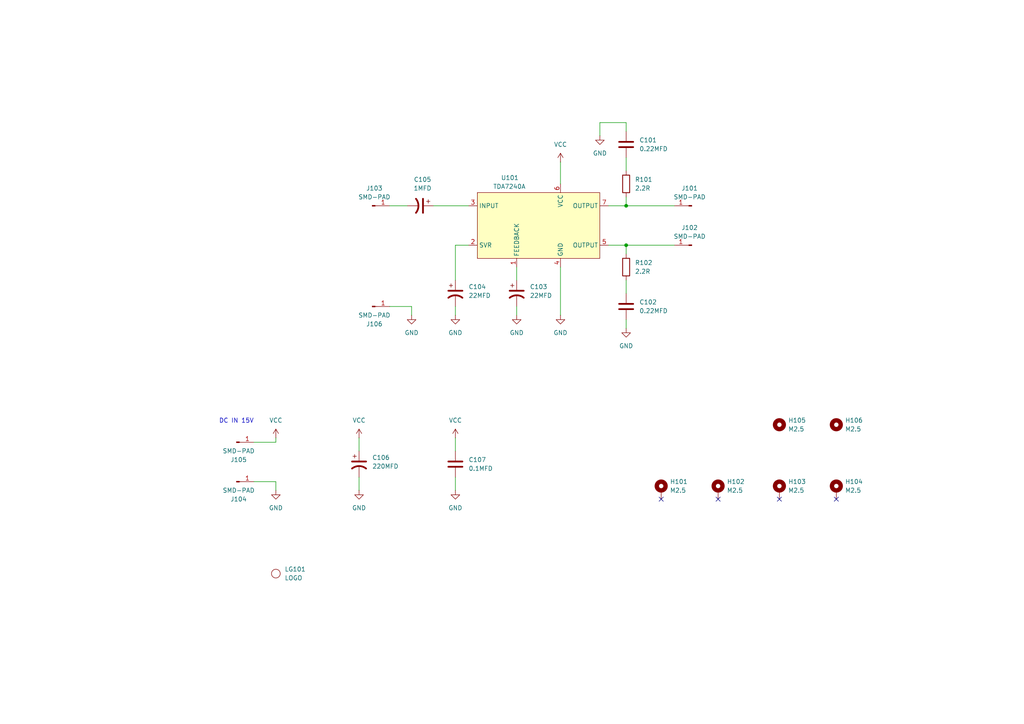
<source format=kicad_sch>
(kicad_sch (version 20231120) (generator "eeschema") (generator_version "8.0")
  (paper "A4")
  (title_block (title "TDA7240A Power Amplifier Module") (date "2024-12-30") (rev "1.0.0") (company "Simtelic") (comment 1 "https://github.com/simtelic/lab0003-tda7240a-power-amplifier") (comment 2 "Designed for Simtelic by Simtelic Lab"))
  (lib_symbols
    (symbol "Connector:Conn_01x01_Pin" (pin_names (offset 1.016) hide)
      (property "Reference" "J" (at 0 2.54 0))
      (property "Value" "Conn_01x01_Pin" (at 0 -2.54 0))
      (symbol "Conn_01x01_Pin_1_1"
        (polyline (pts (xy 1.27 0) (xy 0.8636 0)) (stroke (width 0.1524)))
        (rectangle (start 0.8636 0.127) (end 0 -0.127) (stroke (width 0.1524)) (fill (type outline)))
        (pin passive line (at 5.08 0 180) (length 3.81) (name "Pin_1") (number "1"))
      )
    )
    (symbol "Device:C" (pin_numbers hide) (pin_names (offset 0.254))
      (property "Reference" "C" (at 0.635 2.54 0))
      (property "Value" "C" (at 0.635 -2.54 0))
      (symbol "C_0_1"
        (polyline (pts (xy -2.032 -0.762) (xy 2.032 -0.762)) (stroke (width 0.508)))
        (polyline (pts (xy -2.032 0.762) (xy 2.032 0.762)) (stroke (width 0.508)))
      )
      (symbol "C_1_1"
        (pin passive line (at 0 3.81 270) (length 2.794) (name "~") (number "1"))
        (pin passive line (at 0 -3.81 90) (length 2.794) (name "~") (number "2"))
      )
    )
    (symbol "Device:C_Polarized_US" (pin_numbers hide) (pin_names (offset 0.254) hide)
      (property "Reference" "C" (at 0.635 2.54 0))
      (property "Value" "C_Polarized_US" (at 0.635 -2.54 0))
      (symbol "C_Polarized_US_0_1"
        (polyline (pts (xy -2.032 0.762) (xy 2.032 0.762)) (stroke (width 0.508)))
        (polyline (pts (xy -1.778 2.286) (xy -0.762 2.286)))
        (polyline (pts (xy -1.27 1.778) (xy -1.27 2.794)))
        (arc (start 2.032 -1.27) (mid 0 -0.5572) (end -2.032 -1.27) (stroke (width 0.508)))
      )
      (symbol "C_Polarized_US_1_1"
        (pin passive line (at 0 3.81 270) (length 2.794) (name "~") (number "1"))
        (pin passive line (at 0 -3.81 90) (length 3.302) (name "~") (number "2"))
      )
    )
    (symbol "Device:R" (pin_numbers hide) (pin_names (offset 0))
      (property "Reference" "R" (at 2.032 0 90))
      (property "Value" "R" (at 0 0 90))
      (symbol "R_0_1"
        (rectangle (start -1.016 -2.54) (end 1.016 2.54) (stroke (width 0.254)))
      )
      (symbol "R_1_1"
        (pin passive line (at 0 3.81 270) (length 1.27) (name "~") (number "1"))
        (pin passive line (at 0 -3.81 90) (length 1.27) (name "~") (number "2"))
      )
    )
    (symbol "Mechanical:MountingHole" (pin_names (offset 1.016)) (exclude_from_sim yes) (in_bom no)
      (property "Reference" "H" (at 0 5.08 0))
      (property "Value" "MountingHole" (at 0 3.175 0))
      (symbol "MountingHole_0_1"
        (circle (center 0 0) (radius 1.27) (stroke (width 1.27)))
      )
    )
    (symbol "Mechanical:MountingHole_Pad" (pin_numbers hide) (pin_names (offset 1.016) hide) (exclude_from_sim yes) (in_bom no)
      (property "Reference" "H" (at 0 6.35 0))
      (property "Value" "MountingHole_Pad" (at 0 4.445 0))
      (symbol "MountingHole_Pad_0_1"
        (circle (center 0 1.27) (radius 1.27) (stroke (width 1.27)))
      )
      (symbol "MountingHole_Pad_1_1"
        (pin input line (at 0 -2.54 90) (length 2.54) (name "1") (number "1"))
      )
    )
    (symbol "Simtelic:LOGO" (pin_numbers hide) (pin_names (offset 0) hide)
      (property "Reference" "LG" (at 0 -3.175 0))
      (property "Value" "LOGO" (at 0 3.175 0))
      (symbol "LOGO_0_1"
        (circle (center 0 0) (radius 1.27))
      )
    )
    (symbol "Simtelic:TDA7240A"
      (property "Reference" "U" (at 0 4.064 0))
      (property "Value" "TDA7240A" (at 0 6.35 0))
      (symbol "TDA7240A_1_1"
        (rectangle (start -5.08 2.54) (end 30.48 -16.51) (fill (type background)))
        (pin input line (at 6.35 -19.05 90) (length 2.54) (name "FEEDBACK") (number "1"))
        (pin input line (at -7.62 -12.7 0) (length 2.54) (name "SVR") (number "2"))
        (pin input line (at -7.62 -1.27 0) (length 2.54) (name "INPUT") (number "3"))
        (pin power_in line (at 19.05 -19.05 90) (length 2.54) (name "GND") (number "4"))
        (pin output line (at 33.02 -12.7 180) (length 2.54) (name "OUTPUT") (number "5"))
        (pin power_in line (at 19.05 5.08 270) (length 2.54) (name "VCC") (number "6"))
        (pin output line (at 33.02 -1.27 180) (length 2.54) (name "OUTPUT") (number "7"))
      )
    )
    (symbol "power:GND" (power) (pin_numbers hide) (pin_names (offset 0) hide)
      (property "Value" "GND" (at 0 -3.81 0))
      (symbol "GND_0_1"
        (polyline (pts (xy 0 0) (xy 0 -1.27) (xy 1.27 -1.27) (xy 0 -2.54) (xy -1.27 -1.27) (xy 0 -1.27)))
      )
      (symbol "GND_1_1"
        (pin power_in line (at 0 0 270) (length 0) (name "~") (number "1"))
      )
    )
    (symbol "power:VCC" (power) (pin_numbers hide) (pin_names (offset 0) hide)
      (property "Value" "VCC" (at 0 3.556 0))
      (symbol "VCC_0_1"
        (polyline (pts (xy -0.762 1.27) (xy 0 2.54)))
        (polyline (pts (xy 0 0) (xy 0 2.54)))
        (polyline (pts (xy 0 2.54) (xy 0.762 1.27)))
      )
      (symbol "VCC_1_1"
        (pin power_in line (at 0 0 90) (length 0) (name "~") (number "1"))
      )
    )
  )
  (junction (at 181.61 71.12))
  (junction (at 181.61 59.69))
  (no_connect (at 191.77 144.78))
  (no_connect (at 226.06 144.78))
  (no_connect (at 208.28 144.78))
  (no_connect (at 242.57 144.78))
  (wire (pts (xy 113.03 88.9) (xy 119.38 88.9)))
  (wire (pts (xy 80.01 139.7) (xy 80.01 142.24)))
  (wire (pts (xy 149.86 77.47) (xy 149.86 81.28)))
  (wire (pts (xy 73.66 128.27) (xy 80.01 128.27)))
  (wire (pts (xy 132.08 88.9) (xy 132.08 91.44)))
  (wire (pts (xy 132.08 81.28) (xy 132.08 71.12)))
  (wire (pts (xy 80.01 128.27) (xy 80.01 127)))
  (wire (pts (xy 181.61 35.56) (xy 173.99 35.56)))
  (wire (pts (xy 73.66 139.7) (xy 80.01 139.7)))
  (wire (pts (xy 119.38 88.9) (xy 119.38 91.44)))
  (wire (pts (xy 181.61 38.1) (xy 181.61 35.56)))
  (wire (pts (xy 181.61 59.69) (xy 181.61 57.15)))
  (wire (pts (xy 149.86 88.9) (xy 149.86 91.44)))
  (wire (pts (xy 181.61 45.72) (xy 181.61 49.53)))
  (wire (pts (xy 104.14 127) (xy 104.14 130.81)))
  (wire (pts (xy 132.08 71.12) (xy 135.89 71.12)))
  (wire (pts (xy 162.56 77.47) (xy 162.56 91.44)))
  (wire (pts (xy 113.03 59.69) (xy 118.11 59.69)))
  (wire (pts (xy 181.61 92.71) (xy 181.61 95.25)))
  (wire (pts (xy 125.73 59.69) (xy 135.89 59.69)))
  (wire (pts (xy 176.53 71.12) (xy 181.61 71.12)))
  (wire (pts (xy 181.61 81.28) (xy 181.61 85.09)))
  (wire (pts (xy 181.61 59.69) (xy 195.58 59.69)))
  (wire (pts (xy 162.56 46.99) (xy 162.56 53.34)))
  (wire (pts (xy 104.14 138.43) (xy 104.14 142.24)))
  (wire (pts (xy 132.08 127) (xy 132.08 130.81)))
  (wire (pts (xy 181.61 73.66) (xy 181.61 71.12)))
  (wire (pts (xy 176.53 59.69) (xy 181.61 59.69)))
  (wire (pts (xy 181.61 71.12) (xy 195.58 71.12)))
  (wire (pts (xy 132.08 138.43) (xy 132.08 142.24)))
  (wire (pts (xy 173.99 35.56) (xy 173.99 39.37)))
  (text "DC IN 15V" (at 68.58 122.174 0) (effects (font (size 1.27 1.27))))
  (symbol (lib_id "power:GND") (at 80.01 142.24 0) (unit 1)
    (property "Reference" "#PWR0112" (effects (hide yes)))
    (property "Value" "GND" (at 80.01 147.32 0))
    (property "Description" "Power symbol creates a global label with name \"GND\" , ground" (effects (hide yes)))
  )
  (symbol (lib_id "Device:C_Polarized_US") (at 121.92 59.69 270) (unit 1)
    (property "Reference" "C105" (at 122.555 52.07 90))
    (property "Value" "1MFD" (at 122.555 54.61 90))
    (property "Footprint" "Capacitor_SMD:CP_Elec_4x5.4" (effects (hide yes)))
    (property "Description" "Polarized capacitor, US symbol" (effects (hide yes)))
  )
  (symbol (lib_id "Device:C") (at 181.61 88.9 0) (unit 1)
    (property "Reference" "C102" (at 185.42 87.6299 0) (effects (justify left)))
    (property "Value" "0.22MFD" (at 185.42 90.1699 0) (effects (justify left)))
    (property "Footprint" "Capacitor_SMD:C_0805_2012Metric_Pad1.18x1.45mm_HandSolder" (effects (hide yes)))
    (property "Description" "Unpolarized capacitor" (effects (hide yes)))
  )
  (symbol (lib_id "Device:C") (at 181.61 41.91 0) (unit 1)
    (property "Reference" "C101" (at 185.42 40.6399 0) (effects (justify left)))
    (property "Value" "0.22MFD" (at 185.42 43.1799 0) (effects (justify left)))
    (property "Footprint" "Capacitor_SMD:C_0805_2012Metric_Pad1.18x1.45mm_HandSolder" (effects (hide yes)))
    (property "Description" "Unpolarized capacitor" (effects (hide yes)))
  )
  (symbol (lib_id "Connector:Conn_01x01_Pin") (at 107.95 59.69 0) (unit 1)
    (property "Reference" "J103" (at 108.585 54.61 0))
    (property "Value" "SMD-PAD" (at 108.585 57.15 0))
    (property "Footprint" "TestPoint:TestPoint_Pad_3.0x3.0mm" (effects (hide yes)))
    (property "Description" "Generic connector, single row, 01x01, script generated" (effects (hide yes)))
  )
  (symbol (lib_id "Device:R") (at 181.61 53.34 0) (unit 1)
    (property "Reference" "R101" (at 184.15 52.0699 0) (effects (justify left)))
    (property "Value" "2.2R" (at 184.15 54.6099 0) (effects (justify left)))
    (property "Footprint" "Resistor_SMD:R_2512_6332Metric_Pad1.40x3.35mm_HandSolder" (effects (hide yes)))
    (property "Description" "Resistor" (effects (hide yes)))
  )
  (symbol (lib_id "Mechanical:MountingHole_Pad") (at 226.06 142.24 0) (unit 1) (exclude_from_sim yes) (in_bom no)
    (property "Reference" "H103" (at 228.6 139.6999 0) (effects (justify left)))
    (property "Value" "M2.5" (at 228.6 142.2399 0) (effects (justify left)))
    (property "Footprint" "MountingHole:MountingHole_2.5mm" (effects (hide yes)))
    (property "Description" "Mounting Hole with connection" (effects (hide yes)))
  )
  (symbol (lib_id "power:GND") (at 181.61 95.25 0) (unit 1)
    (property "Reference" "#PWR0102" (effects (hide yes)))
    (property "Value" "GND" (at 181.61 100.33 0))
    (property "Description" "Power symbol creates a global label with name \"GND\" , ground" (effects (hide yes)))
  )
  (symbol (lib_id "power:GND") (at 104.14 142.24 0) (unit 1)
    (property "Reference" "#PWR0108" (effects (hide yes)))
    (property "Value" "GND" (at 104.14 147.32 0))
    (property "Description" "Power symbol creates a global label with name \"GND\" , ground" (effects (hide yes)))
  )
  (symbol (lib_id "Simtelic:LOGO") (at 80.01 166.37 0) (unit 1)
    (property "Reference" "LG101" (at 82.55 165.0999 0) (effects (justify left)))
    (property "Value" "LOGO" (at 82.55 167.6399 0) (effects (justify left)))
    (property "Footprint" "Simtelic Logo:simtelic-name-5" (effects (hide yes)))
  )
  (symbol (lib_id "Device:R") (at 181.61 77.47 0) (unit 1)
    (property "Reference" "R102" (at 184.15 76.1999 0) (effects (justify left)))
    (property "Value" "2.2R" (at 184.15 78.7399 0) (effects (justify left)))
    (property "Footprint" "Resistor_SMD:R_2512_6332Metric_Pad1.40x3.35mm_HandSolder" (effects (hide yes)))
    (property "Description" "Resistor" (effects (hide yes)))
  )
  (symbol (lib_id "Mechanical:MountingHole_Pad") (at 242.57 142.24 0) (unit 1) (exclude_from_sim yes) (in_bom no)
    (property "Reference" "H104" (at 245.11 139.6999 0) (effects (justify left)))
    (property "Value" "M2.5" (at 245.11 142.2399 0) (effects (justify left)))
    (property "Footprint" "MountingHole:MountingHole_2.5mm" (effects (hide yes)))
    (property "Description" "Mounting Hole with connection" (effects (hide yes)))
  )
  (symbol (lib_id "power:GND") (at 132.08 142.24 0) (unit 1)
    (property "Reference" "#PWR0110" (effects (hide yes)))
    (property "Value" "GND" (at 132.08 147.32 0))
    (property "Description" "Power symbol creates a global label with name \"GND\" , ground" (effects (hide yes)))
  )
  (symbol (lib_id "Mechanical:MountingHole") (at 242.57 123.19 0) (unit 1) (exclude_from_sim yes) (in_bom no)
    (property "Reference" "H106" (at 245.11 121.9199 0) (effects (justify left)))
    (property "Value" "M2.5" (at 245.11 124.4599 0) (effects (justify left)))
    (property "Footprint" "MountingHole:MountingHole_2.5mm" (effects (hide yes)))
    (property "Description" "Mounting Hole without connection" (effects (hide yes)))
  )
  (symbol (lib_id "power:VCC") (at 132.08 127 0) (unit 1)
    (property "Reference" "#PWR0109" (effects (hide yes)))
    (property "Value" "VCC" (at 132.08 121.92 0))
    (property "Description" "Power symbol creates a global label with name \"VCC\"" (effects (hide yes)))
  )
  (symbol (lib_id "power:VCC") (at 80.01 127 0) (unit 1)
    (property "Reference" "#PWR0111" (effects (hide yes)))
    (property "Value" "VCC" (at 80.01 121.92 0))
    (property "Description" "Power symbol creates a global label with name \"VCC\"" (effects (hide yes)))
  )
  (symbol (lib_id "Device:C") (at 132.08 134.62 0) (unit 1)
    (property "Reference" "C107" (at 135.89 133.3499 0) (effects (justify left)))
    (property "Value" "0.1MFD" (at 135.89 135.8899 0) (effects (justify left)))
    (property "Footprint" "Capacitor_SMD:C_0805_2012Metric_Pad1.18x1.45mm_HandSolder" (effects (hide yes)))
    (property "Description" "Unpolarized capacitor" (effects (hide yes)))
  )
  (symbol (lib_id "Device:C_Polarized_US") (at 149.86 85.09 0) (unit 1)
    (property "Reference" "C103" (at 153.67 83.1849 0) (effects (justify left)))
    (property "Value" "22MFD" (at 153.67 85.7249 0) (effects (justify left)))
    (property "Footprint" "Capacitor_SMD:CP_Elec_5x5.4" (effects (hide yes)))
    (property "Description" "Polarized capacitor, US symbol" (effects (hide yes)))
  )
  (symbol (lib_id "Device:C_Polarized_US") (at 132.08 85.09 0) (unit 1)
    (property "Reference" "C104" (at 135.89 83.1849 0) (effects (justify left)))
    (property "Value" "22MFD" (at 135.89 85.7249 0) (effects (justify left)))
    (property "Footprint" "Capacitor_SMD:CP_Elec_5x5.4" (effects (hide yes)))
    (property "Description" "Polarized capacitor, US symbol" (effects (hide yes)))
  )
  (symbol (lib_id "Mechanical:MountingHole_Pad") (at 191.77 142.24 0) (unit 1) (exclude_from_sim yes) (in_bom no)
    (property "Reference" "H101" (at 194.31 139.6999 0) (effects (justify left)))
    (property "Value" "M2.5" (at 194.31 142.2399 0) (effects (justify left)))
    (property "Footprint" "MountingHole:MountingHole_2.5mm" (effects (hide yes)))
    (property "Description" "Mounting Hole with connection" (effects (hide yes)))
  )
  (symbol (lib_id "Device:C_Polarized_US") (at 104.14 134.62 0) (unit 1)
    (property "Reference" "C106" (at 107.95 132.7149 0) (effects (justify left)))
    (property "Value" "220MFD" (at 107.95 135.2549 0) (effects (justify left)))
    (property "Footprint" "Capacitor_SMD:CP_Elec_8x10.5" (effects (hide yes)))
    (property "Description" "Polarized capacitor, US symbol" (effects (hide yes)))
  )
  (symbol (lib_id "power:GND") (at 162.56 91.44 0) (unit 1)
    (property "Reference" "#PWR0103" (effects (hide yes)))
    (property "Value" "GND" (at 162.56 96.52 0))
    (property "Description" "Power symbol creates a global label with name \"GND\" , ground" (effects (hide yes)))
  )
  (symbol (lib_id "Connector:Conn_01x01_Pin") (at 68.58 139.7 0) (unit 1)
    (property "Reference" "J104" (at 69.215 144.78 0))
    (property "Value" "SMD-PAD" (at 69.215 142.24 0))
    (property "Footprint" "TestPoint:TestPoint_Pad_3.0x3.0mm" (effects (hide yes)))
    (property "Description" "Generic connector, single row, 01x01, script generated" (effects (hide yes)))
  )
  (symbol (lib_id "Connector:Conn_01x01_Pin") (at 68.58 128.27 0) (unit 1)
    (property "Reference" "J105" (at 69.215 133.35 0))
    (property "Value" "SMD-PAD" (at 69.215 130.81 0))
    (property "Footprint" "TestPoint:TestPoint_Pad_3.0x3.0mm" (effects (hide yes)))
    (property "Description" "Generic connector, single row, 01x01, script generated" (effects (hide yes)))
  )
  (symbol (lib_id "power:GND") (at 119.38 91.44 0) (unit 1)
    (property "Reference" "#PWR0113" (effects (hide yes)))
    (property "Value" "GND" (at 119.38 96.52 0))
    (property "Description" "Power symbol creates a global label with name \"GND\" , ground" (effects (hide yes)))
  )
  (symbol (lib_id "power:GND") (at 149.86 91.44 0) (unit 1)
    (property "Reference" "#PWR0104" (effects (hide yes)))
    (property "Value" "GND" (at 149.86 96.52 0))
    (property "Description" "Power symbol creates a global label with name \"GND\" , ground" (effects (hide yes)))
  )
  (symbol (lib_id "power:GND") (at 132.08 91.44 0) (unit 1)
    (property "Reference" "#PWR0105" (effects (hide yes)))
    (property "Value" "GND" (at 132.08 96.52 0))
    (property "Description" "Power symbol creates a global label with name \"GND\" , ground" (effects (hide yes)))
  )
  (symbol (lib_id "Mechanical:MountingHole_Pad") (at 208.28 142.24 0) (unit 1) (exclude_from_sim yes) (in_bom no)
    (property "Reference" "H102" (at 210.82 139.6999 0) (effects (justify left)))
    (property "Value" "M2.5" (at 210.82 142.2399 0) (effects (justify left)))
    (property "Footprint" "MountingHole:MountingHole_2.5mm" (effects (hide yes)))
    (property "Description" "Mounting Hole with connection" (effects (hide yes)))
  )
  (symbol (lib_id "Connector:Conn_01x01_Pin") (at 200.66 59.69 180) (unit 1)
    (property "Reference" "J101" (at 200.025 54.61 0))
    (property "Value" "SMD-PAD" (at 200.025 57.15 0))
    (property "Footprint" "TestPoint:TestPoint_Pad_3.0x3.0mm" (effects (hide yes)))
    (property "Description" "Generic connector, single row, 01x01, script generated" (effects (hide yes)))
  )
  (symbol (lib_id "Simtelic:TDA7240A") (at 143.51 58.42 0) (unit 1)
    (property "Reference" "U101" (at 145.288 51.562 0) (effects (justify left)))
    (property "Value" "TDA7240A" (at 143.002 54.102 0) (effects (justify left)))
    (property "Footprint" "Simtelic:ST-Heptawatt-Inline" (effects (hide yes)))
    (property "Datasheet" "https://www.alldatasheet.com/datasheet-pdf/view/25075/stmicroelectronics/tda7240.html" (effects (hide yes)))
    (property "Description" "20W BRIDGE AMPLIFIER FOR CAR RADIO" (effects (hide yes)))
  )
  (symbol (lib_id "power:GND") (at 173.99 39.37 0) (unit 1)
    (property "Reference" "#PWR0101" (effects (hide yes)))
    (property "Value" "GND" (at 173.99 44.45 0))
    (property "Description" "Power symbol creates a global label with name \"GND\" , ground" (effects (hide yes)))
  )
  (symbol (lib_id "Mechanical:MountingHole") (at 226.06 123.19 0) (unit 1) (exclude_from_sim yes) (in_bom no)
    (property "Reference" "H105" (at 228.6 121.9199 0) (effects (justify left)))
    (property "Value" "M2.5" (at 228.6 124.4599 0) (effects (justify left)))
    (property "Footprint" "MountingHole:MountingHole_2.5mm" (effects (hide yes)))
    (property "Description" "Mounting Hole without connection" (effects (hide yes)))
  )
  (symbol (lib_id "power:VCC") (at 104.14 127 0) (unit 1)
    (property "Reference" "#PWR0107" (effects (hide yes)))
    (property "Value" "VCC" (at 104.14 121.92 0))
    (property "Description" "Power symbol creates a global label with name \"VCC\"" (effects (hide yes)))
  )
  (symbol (lib_id "Connector:Conn_01x01_Pin") (at 200.66 71.12 180) (unit 1)
    (property "Reference" "J102" (at 200.025 66.04 0))
    (property "Value" "SMD-PAD" (at 200.025 68.58 0))
    (property "Footprint" "TestPoint:TestPoint_Pad_3.0x3.0mm" (effects (hide yes)))
    (property "Description" "Generic connector, single row, 01x01, script generated" (effects (hide yes)))
  )
  (symbol (lib_id "Connector:Conn_01x01_Pin") (at 107.95 88.9 0) (unit 1)
    (property "Reference" "J106" (at 108.585 93.98 0))
    (property "Value" "SMD-PAD" (at 108.585 91.44 0))
    (property "Footprint" "TestPoint:TestPoint_Pad_3.0x3.0mm" (effects (hide yes)))
    (property "Description" "Generic connector, single row, 01x01, script generated" (effects (hide yes)))
  )
  (symbol (lib_id "power:VCC") (at 162.56 46.99 0) (unit 1)
    (property "Reference" "#PWR0106" (effects (hide yes)))
    (property "Value" "VCC" (at 162.56 41.91 0))
    (property "Description" "Power symbol creates a global label with name \"VCC\"" (effects (hide yes)))
  )
)
</source>
